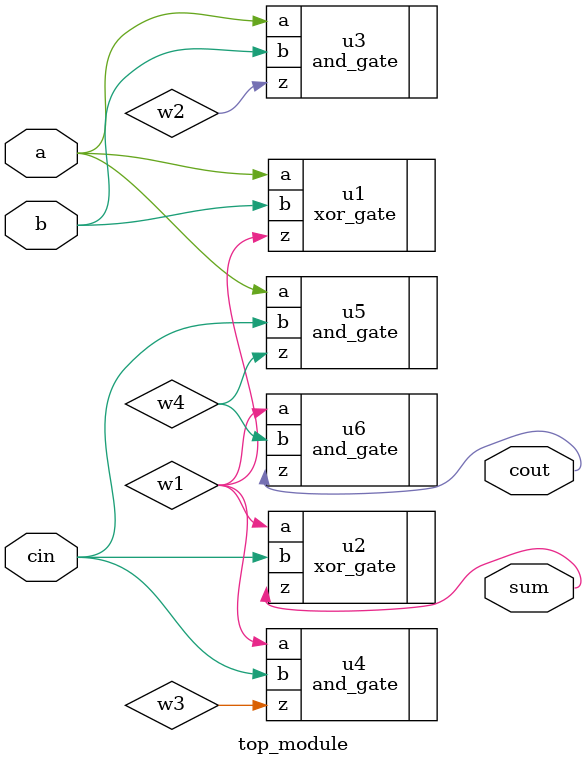
<source format=sv>
module top_module (
	input a,
	input b,
	input cin,
	output cout,
	output sum
);

	// Internal wires
	wire w1, w2, w3;
	
	// XOR gates for sum calculation
	xor_gate u1 (.a(a), .b(b), .z(w1));
	xor_gate u2 (.a(w1), .b(cin), .z(sum));
	
	// AND gates for carry-out calculation
	and_gate u3 (.a(a), .b(b), .z(w2));
	and_gate u4 (.a(w1), .b(cin), .z(w3));
	and_gate u5 (.a(a), .b(cin), .z(w4));
	and_gate u6 (.a(w1), .b(w4), .z(cout));
	
endmodule

</source>
